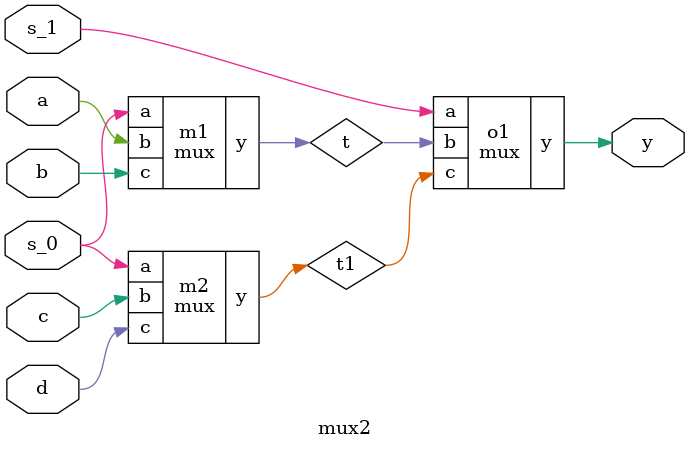
<source format=v>
module not1 (input wire a, output wire y);
assign y =! a;
endmodule

module and1(input wire a, b, output wire y);
assign y = a&b;
endmodule

module or1(input wire a,b,output wire y);
assign y = a|b;
endmodule

module mux(input wire a,b,c,output wire y);
wire t,t1,t2;
not1 a1(a,t);
and1 a2(t,b,t1);
and1 a3(a,c,t2);
or1 a4(t1,t2,y);
endmodule

module mux2(input a,b,c,d,s_0,s_1,output wire y);
wire t,t1, g;
mux m1(s_0,a,b,t);
mux m2(s_0,c,d,t1);
mux o1(s_1,t,t1,y);
endmodule
</source>
